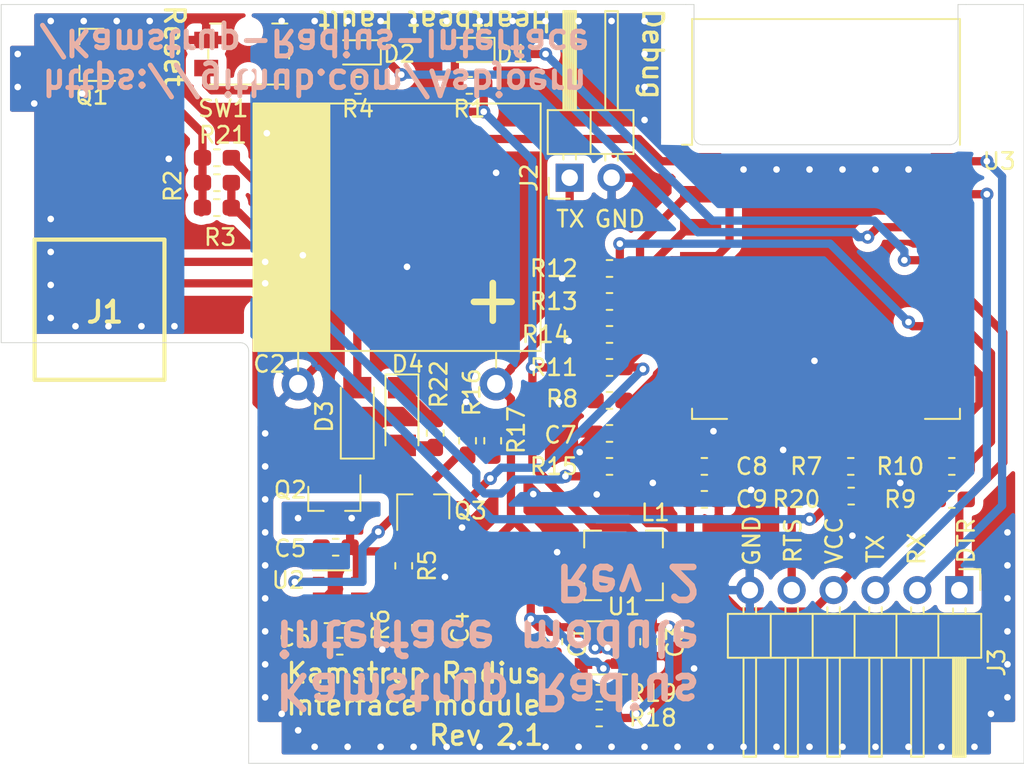
<source format=kicad_pcb>
(kicad_pcb (version 20171130) (host pcbnew "(5.1.4)-1")
  (layers (0 F.Cu signal) (31 B.Cu signal) (34 B.Paste user) (35 F.Paste user) (36 B.SilkS user hide) (37 F.SilkS user) (38 B.Mask user) (39 F.Mask user) (44 Edge.Cuts user))
  (net 0 "")
  (net 1 GND)
  (net 2 /~RST)
  (net 3 VCC)
  (net 4 "Net-(D2-Pad2)")
  (net 5 /GPIO0)
  (net 6 /GPIO15)
  (net 7 /EN)
  (net 8 /GPIO2)
  (net 9 /DB_TX)
  (net 10 +4V)
  (net 11 +3V0)
  (net 12 "Net-(C4-Pad1)")
  (net 13 "Net-(C6-Pad1)")
  (net 14 "Net-(D1-Pad2)")
  (net 15 /~LED)
  (net 16 /~FAULT_LED)
  (net 17 /RX)
  (net 18 /TX)
  (net 19 "Net-(Q1-Pad2)")
  (net 20 "Net-(R13-Pad1)")
  (net 21 "Net-(R15-Pad2)")
  (net 22 /DOUT)
  (net 23 /DIN)
  (net 24 "Net-(L1-Pad1)")
  (net 25 "Net-(Q2-Pad2)")
  (net 26 "Net-(Q2-Pad1)")
  (net 27 "Net-(R18-Pad2)")
  (net 28 "Net-(D3-Pad2)")
  (net 29 "Net-(D3-Pad1)")
  (net 30 "Net-(D4-Pad1)")
  (module Resistor_SMD:R_0603_1608Metric_Pad1.05x0.95mm_HandSolder (layer F.Cu) (at 121.31 70.975 90)
    (fp_text reference R22 (at 2.95 0.22 90) (layer F.SilkS))
    (fp_text value NC)
    (pad 2 smd roundrect (at 0.875 0 90) (size 1.05 0.95) (layers F.Cu F.Paste F.Mask) (net 30 "Net-(D4-Pad1)"))
    (pad 1 smd roundrect (at -0.875 0 90) (size 1.05 0.95) (layers F.Cu F.Paste F.Mask) (net 29 "Net-(D3-Pad1)"))
  )
  (module Resistor_SMD:R_0603_1608Metric_Pad1.05x0.95mm_HandSolder (layer F.Cu) (at 108.075 54.29 180)
    (fp_text reference R21 (at -0.365 1.38) (layer F.SilkS))
    (fp_text value 0R)
    (pad 2 smd roundrect (at 0.875 0 180) (size 1.05 0.95) (layers F.Cu F.Paste F.Mask) (net 19 "Net-(Q1-Pad2)"))
    (pad 1 smd roundrect (at -0.875 0 180) (size 1.05 0.95) (layers F.Cu F.Paste F.Mask) (net 28 "Net-(D3-Pad2)"))
  )
  (module Package_TO_SOT_SMD:SOT-23 (layer F.Cu) (at 120.584 75.454 90)
    (fp_text reference Q3 (at -0.238 2.86 180) (layer F.SilkS))
    (fp_text value SI2302DS/2N7002)
    (pad 3 smd rect (at 1 0 90) (size 0.9 0.8) (layers F.Cu F.Paste F.Mask) (net 26 "Net-(Q2-Pad1)"))
    (pad 2 smd rect (at -1 0.95 90) (size 0.9 0.8) (layers F.Cu F.Paste F.Mask) (net 1 GND))
    (pad 1 smd rect (at -1 -0.95 90) (size 0.9 0.8) (layers F.Cu F.Paste F.Mask) (net 7 /EN))
  )
  (module Diode_SMD:D_MiniMELF (layer F.Cu) (at 119.292 69.976 270)
    (fp_text reference D4 (at -3.174 -0.342 180) (layer F.SilkS))
    (fp_text value LL4148)
    (pad 2 smd rect (at 1.75 0 270) (size 1.3 1.7) (layers F.Cu F.Paste F.Mask) (net 29 "Net-(D3-Pad1)"))
    (pad 1 smd rect (at -1.75 0 270) (size 1.3 1.7) (layers F.Cu F.Paste F.Mask) (net 30 "Net-(D4-Pad1)"))
  )
  (module Diode_SMD:D_MiniMELF (layer F.Cu) (at 116.586 69.976 90)
    (fp_text reference D3 (at 0 -2 90) (layer F.SilkS))
    (fp_text value LL4148)
    (pad 2 smd rect (at 1.75 0 90) (size 1.3 1.7) (layers F.Cu F.Paste F.Mask) (net 28 "Net-(D3-Pad2)"))
    (pad 1 smd rect (at -1.75 0 90) (size 1.3 1.7) (layers F.Cu F.Paste F.Mask) (net 29 "Net-(D3-Pad1)"))
  )
  (module LED_SMD:LED_0603_1608Metric (layer F.Cu) (at 116.525 47.9 180)
    (fp_text reference D2 (at -2.601 -0.106) (layer F.SilkS))
    (fp_text value Fault)
    (pad 2 smd roundrect (at 0.7875 0 180) (size 0.875 0.95) (layers F.Cu F.Paste F.Mask) (net 4 "Net-(D2-Pad2)"))
    (pad 1 smd roundrect (at -0.7875 0 180) (size 0.875 0.95) (layers F.Cu F.Paste F.Mask) (net 16 /~FAULT_LED))
  )
  (module LED_SMD:LED_0603_1608Metric (layer F.Cu) (at 123.4185 47.752 180)
    (fp_text reference D1 (at -2.5655 -0.254) (layer F.SilkS))
    (fp_text value Heartbeat)
    (pad 2 smd roundrect (at 0.7875 0 180) (size 0.875 0.95) (layers F.Cu F.Paste F.Mask) (net 14 "Net-(D1-Pad2)"))
    (pad 1 smd roundrect (at -0.7875 0 180) (size 0.875 0.95) (layers F.Cu F.Paste F.Mask) (net 15 /~LED))
  )
  (module "housings:c_sup 17,3x15x8.5P12" (layer F.Cu) (at 119 66)
    (fp_text reference C2 (at -7.748 0.802) (layer F.SilkS))
    (fp_text value 0.47F)
    (fp_text user + (at 5.8 -3.2) (layer F.SilkS) (effects (font (size 3 3) (thickness 0.4))))
    (pad 2 thru_hole circle (at -6 2) (size 2 2) (drill 1.1) (layers *.Cu *.Mask) (net 1 GND))
    (pad 1 thru_hole circle (at 6 2) (size 2 2) (drill 1.1) (layers *.Cu *.Mask) (net 10 +4V))
  )
  (module Capacitor_SMD:C_0603_1608Metric (layer F.Cu) (at 128.5 83.625 270)
    (fp_text reference C1 (at 0 -1.43 90) (layer F.SilkS))
    (fp_text value 4.7uF)
    (pad 2 smd roundrect (at 0.7875 0 270) (size 0.875 0.95) (layers F.Cu F.Paste F.Mask) (net 1 GND))
    (pad 1 smd roundrect (at -0.7875 0 270) (size 0.875 0.95) (layers F.Cu F.Paste F.Mask) (net 10 +4V))
  )
  (module Package_TO_SOT_SMD:SOT-23-5 (layer F.Cu) (at 131.4 84 180)
    (fp_text reference U1 (at -1.35 2.5) (layer F.SilkS))
    (fp_text value TLV62568DBV)
    (pad 5 smd rect (at 1.1 -0.95 180) (size 1.06 0.65) (layers F.Cu F.Paste F.Mask) (net 27 "Net-(R18-Pad2)"))
    (pad 4 smd rect (at 1.1 0.95 180) (size 1.06 0.65) (layers F.Cu F.Paste F.Mask) (net 10 +4V))
    (pad 3 smd rect (at -1.1 0.95 180) (size 1.06 0.65) (layers F.Cu F.Paste F.Mask) (net 24 "Net-(L1-Pad1)"))
    (pad 2 smd rect (at -1.1 0 180) (size 1.06 0.65) (layers F.Cu F.Paste F.Mask) (net 1 GND))
    (pad 1 smd rect (at -1.1 -0.95 180) (size 1.06 0.65) (layers F.Cu F.Paste F.Mask) (net 10 +4V))
  )
  (module Resistor_SMD:R_0603_1608Metric_Pad1.05x0.95mm_HandSolder (layer F.Cu) (at 146.525 74.8)
    (fp_text reference R20 (at -3.325 0.2) (layer F.SilkS))
    (fp_text value 100k)
    (pad 2 smd roundrect (at 0.875 0) (size 1.05 0.95) (layers F.Cu F.Paste F.Mask) (net 6 /GPIO15))
    (pad 1 smd roundrect (at -0.875 0) (size 1.05 0.95) (layers F.Cu F.Paste F.Mask) (net 23 /DIN))
  )
  (module Resistor_SMD:R_0603_1608Metric_Pad1.05x0.95mm_HandSolder (layer F.Cu) (at 131.25 86.75)
    (fp_text reference R19 (at 3.25 0) (layer F.SilkS))
    (fp_text value 100k)
    (pad 2 smd roundrect (at 0.875 0) (size 1.05 0.95) (layers F.Cu F.Paste F.Mask) (net 1 GND))
    (pad 1 smd roundrect (at -0.875 0) (size 1.05 0.95) (layers F.Cu F.Paste F.Mask) (net 27 "Net-(R18-Pad2)"))
  )
  (module Resistor_SMD:R_0603_1608Metric_Pad1.05x0.95mm_HandSolder (layer F.Cu) (at 131.25 88.25 180)
    (fp_text reference R18 (at -3.25 0) (layer F.SilkS))
    (fp_text value 330k)
    (pad 2 smd roundrect (at 0.875 0 180) (size 1.05 0.95) (layers F.Cu F.Paste F.Mask) (net 27 "Net-(R18-Pad2)"))
    (pad 1 smd roundrect (at -0.875 0 180) (size 1.05 0.95) (layers F.Cu F.Paste F.Mask) (net 11 +3V0))
  )
  (module Resistor_SMD:R_0603_1608Metric_Pad1.05x0.95mm_HandSolder (layer F.Cu) (at 124.794 71.445 270)
    (fp_text reference R17 (at -0.649 -1.43 90) (layer F.SilkS))
    (fp_text value 4k3)
    (pad 2 smd roundrect (at 0.875 0 270) (size 1.05 0.95) (layers F.Cu F.Paste F.Mask) (net 30 "Net-(D4-Pad1)"))
    (pad 1 smd roundrect (at -0.875 0 270) (size 1.05 0.95) (layers F.Cu F.Paste F.Mask) (net 1 GND))
  )
  (module Resistor_SMD:R_0603_1608Metric_Pad1.05x0.95mm_HandSolder (layer F.Cu) (at 123.27 71.445 270)
    (fp_text reference R16 (at -2.935 -0.254 90) (layer F.SilkS))
    (fp_text value 10k)
    (pad 2 smd roundrect (at 0.875 0 270) (size 1.05 0.95) (layers F.Cu F.Paste F.Mask) (net 26 "Net-(Q2-Pad1)"))
    (pad 1 smd roundrect (at -0.875 0 270) (size 1.05 0.95) (layers F.Cu F.Paste F.Mask) (net 30 "Net-(D4-Pad1)"))
  )
  (module Resistor_SMD:R_0603_1608Metric_Pad1.05x0.95mm_HandSolder (layer F.Cu) (at 108.07 57.31 180)
    (fp_text reference R3 (at -0.2 -1.8) (layer F.SilkS))
    (fp_text value 5R6)
    (pad 2 smd roundrect (at 0.875 0 180) (size 1.05 0.95) (layers F.Cu F.Paste F.Mask) (net 19 "Net-(Q1-Pad2)"))
    (pad 1 smd roundrect (at -0.875 0 180) (size 1.05 0.95) (layers F.Cu F.Paste F.Mask) (net 25 "Net-(Q2-Pad2)"))
  )
  (module Resistor_SMD:R_0603_1608Metric_Pad1.05x0.95mm_HandSolder (layer F.Cu) (at 108.075 55.8 180)
    (fp_text reference R2 (at 2.675 -0.2 90) (layer F.SilkS))
    (fp_text value 4R7)
    (pad 2 smd roundrect (at 0.875 0 180) (size 1.05 0.95) (layers F.Cu F.Paste F.Mask) (net 19 "Net-(Q1-Pad2)"))
    (pad 1 smd roundrect (at -0.875 0 180) (size 1.05 0.95) (layers F.Cu F.Paste F.Mask) (net 25 "Net-(Q2-Pad2)"))
  )
  (module Package_TO_SOT_SMD:SOT-23 (layer F.Cu) (at 115.194 74.936 270)
    (fp_text reference Q2 (at -0.514 2.672 180) (layer F.SilkS))
    (fp_text value SI2301DS_P-FET)
    (pad 3 smd rect (at 1 0 270) (size 0.9 0.8) (layers F.Cu F.Paste F.Mask) (net 10 +4V))
    (pad 2 smd rect (at -1 0.95 270) (size 0.9 0.8) (layers F.Cu F.Paste F.Mask) (net 25 "Net-(Q2-Pad2)"))
    (pad 1 smd rect (at -1 -0.95 270) (size 0.9 0.8) (layers F.Cu F.Paste F.Mask) (net 26 "Net-(Q2-Pad1)"))
  )
  (module Package_TO_SOT_SMD:SOT-23 (layer F.Cu) (at 100.5 48.05 180)
    (fp_text reference Q1 (at 0 -2.5) (layer F.SilkS))
    (fp_text value SI2301DS_P-FET)
    (pad 3 smd rect (at 1 0 180) (size 0.9 0.8) (layers F.Cu F.Paste F.Mask) (net 3 VCC))
    (pad 2 smd rect (at -1 0.95 180) (size 0.9 0.8) (layers F.Cu F.Paste F.Mask) (net 19 "Net-(Q1-Pad2)"))
    (pad 1 smd rect (at -1 -0.95 180) (size 0.9 0.8) (layers F.Cu F.Paste F.Mask) (net 1 GND))
  )
  (module Inductor_SMD:L_Bourns-SRN4018 (layer F.Cu) (at 132.725 79)
    (fp_text reference L1 (at 1.925 -3.2) (layer F.SilkS))
    (fp_text value "2.2UH 4x4mm")
    (pad 2 smd rect (at 1.525 0) (size 1.5 3.6) (layers F.Cu F.Paste F.Mask) (net 11 +3V0))
    (pad 1 smd rect (at -1.525 0) (size 1.5 3.6) (layers F.Cu F.Paste F.Mask) (net 24 "Net-(L1-Pad1)"))
  )
  (module Button_Switch_SMD:Panasonic_EVQPUM_EVQPUD (layer F.Cu) (at 110 48)
    (fp_text reference SW1 (at -1.542 3.308) (layer F.SilkS))
    (fp_text value Reset)
    (pad "" np_thru_hole circle (at 0 -1.375 180) (size 0.75 0.75) (drill 0.75) (layers *.Cu *.Mask))
    (pad "" np_thru_hole circle (at 0 1.375 180) (size 0.75 0.75) (drill 0.75) (layers *.Cu *.Mask))
    (pad 1 smd rect (at 2.575 -0.85 180) (size 1.45 1) (layers F.Cu F.Paste F.Mask) (net 1 GND))
    (pad 1 smd rect (at -2.575 -0.85 180) (size 1.45 1) (layers F.Cu F.Paste F.Mask) (net 1 GND))
    (pad 2 smd rect (at -2.575 0.85 180) (size 1.45 1) (layers F.Cu F.Paste F.Mask) (net 2 /~RST))
    (pad 2 smd rect (at 2.575 0.85 180) (size 1.45 1) (layers F.Cu F.Paste F.Mask) (net 2 /~RST))
  )
  (module Connector_PinHeader_2.54mm:PinHeader_1x06_P2.54mm_Horizontal (layer F.Cu) (at 153.08 80.5 270)
    (fp_text reference J3 (at 4.385 -2.27 90) (layer F.SilkS))
    (fp_text value Prog)
    (pad 6 thru_hole oval (at 0 12.7 270) (size 1.7 1.7) (drill 1) (layers *.Cu *.Mask) (net 1 GND))
    (pad 5 thru_hole oval (at 0 10.16 270) (size 1.7 1.7) (drill 1) (layers *.Cu *.Mask) (net 2 /~RST))
    (pad 4 thru_hole oval (at 0 7.62 270) (size 1.7 1.7) (drill 1) (layers *.Cu *.Mask) (net 11 +3V0))
    (pad 3 thru_hole oval (at 0 5.08 270) (size 1.7 1.7) (drill 1) (layers *.Cu *.Mask) (net 17 /RX))
    (pad 2 thru_hole oval (at 0 2.54 270) (size 1.7 1.7) (drill 1) (layers *.Cu *.Mask) (net 18 /TX))
    (pad 1 thru_hole rect (at 0 0 270) (size 1.7 1.7) (drill 1) (layers *.Cu *.Mask) (net 5 /GPIO0))
  )
  (module Connector_PinHeader_2.54mm:PinHeader_1x02_P2.54mm_Horizontal (layer F.Cu) (at 129.46 55.5 90)
    (fp_text reference J2 (at 0 -2.46 90) (layer F.SilkS))
    (fp_text value Debug)
    (pad 2 thru_hole oval (at 0 2.54 90) (size 1.7 1.7) (drill 1) (layers *.Cu *.Mask) (net 1 GND))
    (pad 1 thru_hole rect (at 0 0 90) (size 1.7 1.7) (drill 1) (layers *.Cu *.Mask) (net 9 /DB_TX))
  )
  (module RF_Module:ESP-12E (layer F.Cu) (at 145 58)
    (fp_text reference U3 (at 10.5 -3.5) (layer F.SilkS))
    (fp_text value ESP-12F)
    (pad 22 smd rect (at 7.6 -3.5) (size 2.5 1) (layers F.Cu F.Paste F.Mask) (net 18 /TX))
    (pad 21 smd rect (at 7.6 -1.5) (size 2.5 1) (layers F.Cu F.Paste F.Mask) (net 17 /RX))
    (pad 20 smd rect (at 7.6 0.5) (size 2.5 1) (layers F.Cu F.Paste F.Mask) (net 16 /~FAULT_LED))
    (pad 19 smd rect (at 7.6 2.5) (size 2.5 1) (layers F.Cu F.Paste F.Mask) (net 15 /~LED))
    (pad 18 smd rect (at 7.6 4.5) (size 2.5 1) (layers F.Cu F.Paste F.Mask) (net 5 /GPIO0))
    (pad 17 smd rect (at 7.6 6.5) (size 2.5 1) (layers F.Cu F.Paste F.Mask) (net 8 /GPIO2))
    (pad 16 smd rect (at 7.6 8.5) (size 2.5 1) (layers F.Cu F.Paste F.Mask) (net 6 /GPIO15))
    (pad 15 smd rect (at 7.6 10.5) (size 2.5 1) (layers F.Cu F.Paste F.Mask) (net 1 GND))
    (pad 14 smd rect (at 5 12) (size 1 1.8) (layers F.Cu F.Paste F.Mask))
    (pad 13 smd rect (at 3 12) (size 1 1.8) (layers F.Cu F.Paste F.Mask))
    (pad 12 smd rect (at 1 12) (size 1 1.8) (layers F.Cu F.Paste F.Mask))
    (pad 11 smd rect (at -1 12) (size 1 1.8) (layers F.Cu F.Paste F.Mask))
    (pad 10 smd rect (at -3 12) (size 1 1.8) (layers F.Cu F.Paste F.Mask))
    (pad 9 smd rect (at -5 12) (size 1 1.8) (layers F.Cu F.Paste F.Mask))
    (pad 8 smd rect (at -7.6 10.5) (size 2.5 1) (layers F.Cu F.Paste F.Mask) (net 11 +3V0))
    (pad 7 smd rect (at -7.6 8.5) (size 2.5 1) (layers F.Cu F.Paste F.Mask) (net 21 "Net-(R15-Pad2)"))
    (pad 6 smd rect (at -7.6 6.5) (size 2.5 1) (layers F.Cu F.Paste F.Mask))
    (pad 5 smd rect (at -7.6 4.5) (size 2.5 1) (layers F.Cu F.Paste F.Mask))
    (pad 4 smd rect (at -7.6 2.5) (size 2.5 1) (layers F.Cu F.Paste F.Mask) (net 2 /~RST))
    (pad 3 smd rect (at -7.6 0.5) (size 2.5 1) (layers F.Cu F.Paste F.Mask) (net 7 /EN))
    (pad 2 smd rect (at -7.6 -1.5) (size 2.5 1) (layers F.Cu F.Paste F.Mask) (net 20 "Net-(R13-Pad1)"))
    (pad 1 smd rect (at -7.6 -3.5) (size 2.5 1) (layers F.Cu F.Paste F.Mask) (net 2 /~RST))
  )
  (module SamacSys_Parts:M20-7920342R (layer F.Cu) (at 100.96 59.25 180)
    (fp_text reference J1 (at -0.328 -4.399) (layer F.SilkS) (effects (font (size 1.27 1.27) (thickness 0.254))))
    (fp_text value M20-7920342R hide)
    (pad 6 smd rect (at 2.54 3.15 180) (size 1 2) (layers F.Cu F.Paste F.Mask) (net 1 GND))
    (pad 5 smd rect (at 2.54 6.65 180) (size 1 2) (layers F.Cu F.Paste F.Mask) (net 3 VCC))
    (pad 4 smd rect (at 0 3.15 180) (size 1 2) (layers F.Cu F.Paste F.Mask) (net 22 /DOUT))
    (pad 3 smd rect (at 0 6.65 180) (size 1 2) (layers F.Cu F.Paste F.Mask) (net 23 /DIN))
    (pad 2 smd rect (at -2.54 3.15 180) (size 1 2) (layers F.Cu F.Paste F.Mask))
    (pad 1 smd rect (at -2.54 6.65 180) (size 1 2) (layers F.Cu F.Paste F.Mask))
  )
  (module Package_SO:TSOP-6_1.65x3.05mm_P0.95mm (layer F.Cu) (at 115.4 80.9)
    (fp_text reference U2 (at -3 -1) (layer F.SilkS))
    (fp_text value NCP308SNADJT1G)
    (pad 6 smd rect (at 1.16 -0.95) (size 0.7 0.51) (layers F.Cu F.Paste F.Mask) (net 10 +4V))
    (pad 5 smd rect (at 1.16 0) (size 0.7 0.51) (layers F.Cu F.Paste F.Mask) (net 12 "Net-(C4-Pad1)"))
    (pad 4 smd rect (at 1.16 0.95) (size 0.7 0.51) (layers F.Cu F.Paste F.Mask) (net 13 "Net-(C6-Pad1)"))
    (pad 3 smd rect (at -1.16 0.95) (size 0.7 0.51) (layers F.Cu F.Paste F.Mask))
    (pad 2 smd rect (at -1.16 0) (size 0.7 0.51) (layers F.Cu F.Paste F.Mask) (net 1 GND))
    (pad 1 smd rect (at -1.16 -0.95) (size 0.7 0.51) (layers F.Cu F.Paste F.Mask) (net 7 /EN))
  )
  (module Resistor_SMD:R_0603_1608Metric_Pad1.05x0.95mm_HandSolder (layer F.Cu) (at 131.875 73)
    (fp_text reference R15 (at -3.375 0) (layer F.SilkS))
    (fp_text value 100k)
    (pad 2 smd roundrect (at 0.875 0) (size 1.05 0.95) (layers F.Cu F.Paste F.Mask) (net 21 "Net-(R15-Pad2)"))
    (pad 1 smd roundrect (at -0.875 0) (size 1.05 0.95) (layers F.Cu F.Paste F.Mask) (net 22 /DOUT))
  )
  (module Resistor_SMD:R_0603_1608Metric_Pad1.05x0.95mm_HandSolder (layer F.Cu) (at 131.875 65)
    (fp_text reference R14 (at -3.875 0) (layer F.SilkS))
    (fp_text value 33k)
    (pad 2 smd roundrect (at 0.875 0) (size 1.05 0.95) (layers F.Cu F.Paste F.Mask) (net 20 "Net-(R13-Pad1)"))
    (pad 1 smd roundrect (at -0.875 0) (size 1.05 0.95) (layers F.Cu F.Paste F.Mask) (net 1 GND))
  )
  (module Capacitor_SMD:C_0603_1608Metric_Pad1.05x0.95mm_HandSolder (layer F.Cu) (at 137.625 75)
    (fp_text reference C9 (at 2.875 0) (layer F.SilkS))
    (fp_text value 100n)
    (pad 2 smd roundrect (at 0.875 0) (size 1.05 0.95) (layers F.Cu F.Paste F.Mask) (net 1 GND))
    (pad 1 smd roundrect (at -0.875 0) (size 1.05 0.95) (layers F.Cu F.Paste F.Mask) (net 11 +3V0))
  )
  (module Capacitor_SMD:C_0603_1608Metric_Pad1.05x0.95mm_HandSolder (layer F.Cu) (at 137.625 73)
    (fp_text reference C8 (at 2.875 0) (layer F.SilkS))
    (fp_text value 10uF)
    (pad 2 smd roundrect (at 0.875 0) (size 1.05 0.95) (layers F.Cu F.Paste F.Mask) (net 1 GND))
    (pad 1 smd roundrect (at -0.875 0) (size 1.05 0.95) (layers F.Cu F.Paste F.Mask) (net 11 +3V0))
  )
  (module Resistor_SMD:R_0603_1608Metric_Pad1.05x0.95mm_HandSolder (layer F.Cu) (at 131.875 63 180)
    (fp_text reference R13 (at 3.375 0) (layer F.SilkS))
    (fp_text value 100k)
    (pad 2 smd roundrect (at 0.875 0 180) (size 1.05 0.95) (layers F.Cu F.Paste F.Mask) (net 10 +4V))
    (pad 1 smd roundrect (at -0.875 0 180) (size 1.05 0.95) (layers F.Cu F.Paste F.Mask) (net 20 "Net-(R13-Pad1)"))
  )
  (module Resistor_SMD:R_0603_1608Metric_Pad1.05x0.95mm_HandSolder (layer F.Cu) (at 131.875 61 180)
    (fp_text reference R12 (at 3.375 0) (layer F.SilkS))
    (fp_text value 100k)
    (pad 2 smd roundrect (at 0.875 0 180) (size 1.05 0.95) (layers F.Cu F.Paste F.Mask) (net 9 /DB_TX))
    (pad 1 smd roundrect (at -0.875 0 180) (size 1.05 0.95) (layers F.Cu F.Paste F.Mask) (net 8 /GPIO2))
  )
  (module Resistor_SMD:R_0603_1608Metric_Pad1.05x0.95mm_HandSolder (layer F.Cu) (at 131.875 67)
    (fp_text reference R11 (at -3.375 0) (layer F.SilkS))
    (fp_text value 10k)
    (pad 2 smd roundrect (at 0.875 0) (size 1.05 0.95) (layers F.Cu F.Paste F.Mask) (net 7 /EN))
    (pad 1 smd roundrect (at -0.875 0) (size 1.05 0.95) (layers F.Cu F.Paste F.Mask) (net 11 +3V0))
  )
  (module Resistor_SMD:R_0603_1608Metric_Pad1.05x0.95mm_HandSolder (layer F.Cu) (at 152.625 73 180)
    (fp_text reference R10 (at 3.125 0) (layer F.SilkS))
    (fp_text value 10k)
    (pad 2 smd roundrect (at 0.875 0 180) (size 1.05 0.95) (layers F.Cu F.Paste F.Mask) (net 11 +3V0))
    (pad 1 smd roundrect (at -0.875 0 180) (size 1.05 0.95) (layers F.Cu F.Paste F.Mask) (net 8 /GPIO2))
  )
  (module Resistor_SMD:R_0603_1608Metric_Pad1.05x0.95mm_HandSolder (layer F.Cu) (at 152.625 75 180)
    (fp_text reference R9 (at 3.125 0) (layer F.SilkS))
    (fp_text value 10k)
    (pad 2 smd roundrect (at 0.875 0 180) (size 1.05 0.95) (layers F.Cu F.Paste F.Mask) (net 11 +3V0))
    (pad 1 smd roundrect (at -0.875 0 180) (size 1.05 0.95) (layers F.Cu F.Paste F.Mask) (net 5 /GPIO0))
  )
  (module Resistor_SMD:R_0603_1608Metric_Pad1.05x0.95mm_HandSolder (layer F.Cu) (at 131.875 69 180)
    (fp_text reference R8 (at 2.875 0.1) (layer F.SilkS))
    (fp_text value 10k)
    (pad 2 smd roundrect (at 0.875 0 180) (size 1.05 0.95) (layers F.Cu F.Paste F.Mask) (net 11 +3V0))
    (pad 1 smd roundrect (at -0.875 0 180) (size 1.05 0.95) (layers F.Cu F.Paste F.Mask) (net 2 /~RST))
  )
  (module Resistor_SMD:R_0603_1608Metric_Pad1.05x0.95mm_HandSolder (layer F.Cu) (at 146.5 73 180)
    (fp_text reference R7 (at 2.7 0) (layer F.SilkS))
    (fp_text value 10k)
    (pad 2 smd roundrect (at 0.875 0 180) (size 1.05 0.95) (layers F.Cu F.Paste F.Mask) (net 1 GND))
    (pad 1 smd roundrect (at -0.875 0 180) (size 1.05 0.95) (layers F.Cu F.Paste F.Mask) (net 6 /GPIO15))
  )
  (module Resistor_SMD:R_0603_1608Metric_Pad1.05x0.95mm_HandSolder (layer F.Cu) (at 119.4 82.775 270)
    (fp_text reference R6 (at -0.175 1.4 90) (layer F.SilkS))
    (fp_text value 16k)
    (pad 2 smd roundrect (at 0.875 0 270) (size 1.05 0.95) (layers F.Cu F.Paste F.Mask) (net 1 GND))
    (pad 1 smd roundrect (at -0.875 0 270) (size 1.05 0.95) (layers F.Cu F.Paste F.Mask) (net 12 "Net-(C4-Pad1)"))
  )
  (module Resistor_SMD:R_0603_1608Metric_Pad1.05x0.95mm_HandSolder (layer F.Cu) (at 119.4 79.025 270)
    (fp_text reference R5 (at 0 -1.43 90) (layer F.SilkS))
    (fp_text value 110k)
    (pad 2 smd roundrect (at 0.875 0 270) (size 1.05 0.95) (layers F.Cu F.Paste F.Mask) (net 12 "Net-(C4-Pad1)"))
    (pad 1 smd roundrect (at -0.875 0 270) (size 1.05 0.95) (layers F.Cu F.Paste F.Mask) (net 10 +4V))
  )
  (module Resistor_SMD:R_0603_1608Metric_Pad1.05x0.95mm_HandSolder (layer F.Cu) (at 116.625 49.9 180)
    (fp_text reference R4 (at 0 -1.43) (layer F.SilkS))
    (fp_text value 1k)
    (pad 2 smd roundrect (at 0.875 0 180) (size 1.05 0.95) (layers F.Cu F.Paste F.Mask) (net 4 "Net-(D2-Pad2)"))
    (pad 1 smd roundrect (at -0.875 0 180) (size 1.05 0.95) (layers F.Cu F.Paste F.Mask) (net 11 +3V0))
  )
  (module Resistor_SMD:R_0603_1608Metric_Pad1.05x0.95mm_HandSolder (layer F.Cu) (at 123.375 49.9 180)
    (fp_text reference R1 (at 0 -1.43) (layer F.SilkS))
    (fp_text value 1k)
    (pad 2 smd roundrect (at 0.875 0 180) (size 1.05 0.95) (layers F.Cu F.Paste F.Mask) (net 14 "Net-(D1-Pad2)"))
    (pad 1 smd roundrect (at -0.875 0 180) (size 1.05 0.95) (layers F.Cu F.Paste F.Mask) (net 11 +3V0))
  )
  (module Capacitor_SMD:C_0603_1608Metric_Pad1.05x0.95mm_HandSolder (layer F.Cu) (at 131.875 71)
    (fp_text reference C7 (at -2.975 0.1) (layer F.SilkS))
    (fp_text value 100n)
    (pad 2 smd roundrect (at 0.875 0) (size 1.05 0.95) (layers F.Cu F.Paste F.Mask) (net 2 /~RST))
    (pad 1 smd roundrect (at -0.875 0) (size 1.05 0.95) (layers F.Cu F.Paste F.Mask) (net 1 GND))
  )
  (module Capacitor_SMD:C_0603_1608Metric_Pad1.05x0.95mm_HandSolder (layer F.Cu) (at 115.525 83.9 180)
    (fp_text reference C6 (at 2.725 0.5) (layer F.SilkS))
    (fp_text value 1.5u)
    (pad 2 smd roundrect (at 0.875 0 180) (size 1.05 0.95) (layers F.Cu F.Paste F.Mask) (net 1 GND))
    (pad 1 smd roundrect (at -0.875 0 180) (size 1.05 0.95) (layers F.Cu F.Paste F.Mask) (net 13 "Net-(C6-Pad1)"))
  )
  (module Capacitor_SMD:C_0603_1608Metric_Pad1.05x0.95mm_HandSolder (layer F.Cu) (at 115.275 77.9)
    (fp_text reference C5 (at -2.753 0.078) (layer F.SilkS))
    (fp_text value 100n)
    (pad 2 smd roundrect (at 0.875 0) (size 1.05 0.95) (layers F.Cu F.Paste F.Mask) (net 10 +4V))
    (pad 1 smd roundrect (at -0.875 0) (size 1.05 0.95) (layers F.Cu F.Paste F.Mask) (net 1 GND))
  )
  (module Capacitor_SMD:C_0603_1608Metric_Pad1.05x0.95mm_HandSolder (layer F.Cu) (at 121.4 82.775 270)
    (fp_text reference C4 (at 0 -1.43 90) (layer F.SilkS))
    (fp_text value 1n)
    (pad 2 smd roundrect (at 0.875 0 270) (size 1.05 0.95) (layers F.Cu F.Paste F.Mask) (net 1 GND))
    (pad 1 smd roundrect (at -0.875 0 270) (size 1.05 0.95) (layers F.Cu F.Paste F.Mask) (net 12 "Net-(C4-Pad1)"))
  )
  (module Capacitor_SMD:C_0603_1608Metric_Pad1.05x0.95mm_HandSolder (layer F.Cu) (at 134.25 83.625 270)
    (fp_text reference C3 (at 0 -1.6 90) (layer F.SilkS))
    (fp_text value 10uF)
    (pad 2 smd roundrect (at 0.875 0 270) (size 1.05 0.95) (layers F.Cu F.Paste F.Mask) (net 1 GND))
    (pad 1 smd roundrect (at -0.875 0 270) (size 1.05 0.95) (layers F.Cu F.Paste F.Mask) (net 11 +3V0))
  )
  (gr_text "https://github.com/Asbjoern\n/Kamstrup-Radius-Interface" (at 114 48.5 180) (layer B.SilkS) (effects (font (size 1.5 1.5) (thickness 0.3)) (justify mirror)))
  (gr_text "Rev 2" (at 133 80 180) (layer B.SilkS) (effects (font (size 2 2) (thickness 0.4)) (justify mirror)))
  (gr_text "Kamstrup Radius\ninterface module" (at 124.5 85 180) (layer B.SilkS) (effects (font (size 2 2) (thickness 0.4)) (justify mirror)))
  (gr_text "Rev 2.1" (at 124.4 89.3) (layer F.SilkS) (effects (font (size 1.2 1.2) (thickness 0.2))))
  (gr_text "Kamstrup Radius\ninterface module" (at 120 86.5) (layer F.SilkS) (effects (font (size 1.2 1.2) (thickness 0.2))))
  (gr_text Reset (at 105.5 47.5 270) (layer F.SilkS) (effects (font (size 1.2 1.2) (thickness 0.2))))
  (gr_text GND (at 140.5 77.5 90) (layer F.SilkS) (effects (font (size 1 1))))
  (gr_text RTS (at 143 77.5 90) (layer F.SilkS) (effects (font (size 1 1))))
  (gr_text VCC (at 145.5 77.5 90) (layer F.SilkS) (effects (font (size 1 1))))
  (gr_text TX (at 148 78 90) (layer F.SilkS) (effects (font (size 1 1))))
  (gr_text RX (at 150.5 78 90) (layer F.SilkS) (effects (font (size 1 1))))
  (gr_text DTR (at 153.5 77.5 90) (layer F.SilkS) (effects (font (size 1 1))))
  (gr_text GND (at 132.5 58) (layer F.SilkS) (effects (font (size 1 1))))
  (gr_text TX (at 129.5 58) (layer F.SilkS) (effects (font (size 1 1))))
  (gr_text Debug (at 134.5 48 270) (layer F.SilkS) (effects (font (size 1.2 1.2) (thickness 0.2))))
  (gr_text Heartbeat (at 124 46 180) (layer F.SilkS) (effects (font (size 1.2 1.2) (thickness 0.2))))
  (gr_text Fault (at 116.5 46 180) (layer F.SilkS) (effects (font (size 1.2 1.2) (thickness 0.2))))
  (gr_line (start 153 45) (end 153.5 45) (layer Edge.Cuts) (width 0.05))
  (gr_line (start 137.5 53.5) (end 152.5 53.5) (layer Edge.Cuts) (width 0.05))
  (gr_line (start 136.5 45) (end 137 45) (layer Edge.Cuts) (width 0.05))
  (gr_line (start 136.5 45) (end 95 45) (layer Edge.Cuts) (width 0.05))
  (gr_line (start 153.5 45) (end 157 45) (layer Edge.Cuts) (width 0.05))
  (gr_line (start 137 53) (end 137 45) (layer Edge.Cuts) (width 0.05))
  (gr_line (start 153 53) (end 153 45) (layer Edge.Cuts) (width 0.05))
  (gr_arc (start 152.5 53) (end 152.5 53.5) (angle -90) (layer Edge.Cuts) (width 0.05))
  (gr_arc (start 137.5 53) (end 137 53) (angle -90) (layer Edge.Cuts) (width 0.05))
  (gr_arc (start 109.5 66) (end 110 66) (angle -90) (layer Edge.Cuts) (width 0.05))
  (gr_line (start 110 91) (end 157 91) (layer Edge.Cuts) (width 0.05))
  (gr_line (start 110 66) (end 110 91) (layer Edge.Cuts) (width 0.05))
  (gr_line (start 95 65.5) (end 109.5 65.5) (layer Edge.Cuts) (width 0.05))
  (gr_line (start 95 45) (end 95 65.5) (layer Edge.Cuts) (width 0.05))
  (gr_line (start 157 45) (end 157 91) (layer Edge.Cuts) (width 0.05))
  (via (at 98 64) (size 0.8) (drill 0.4) (layers F.Cu B.Cu) (net 1))
  (via (at 98 62) (size 0.8) (drill 0.4) (layers F.Cu B.Cu) (net 1))
  (via (at 98 60) (size 0.8) (drill 0.4) (layers F.Cu B.Cu) (net 1))
  (via (at 98 58) (size 0.8) (drill 0.4) (layers F.Cu B.Cu) (net 1))
  (via (at 97 51) (size 0.8) (drill 0.4) (layers F.Cu B.Cu) (net 1))
  (via (at 96 50) (size 0.8) (drill 0.4) (layers F.Cu B.Cu) (net 1))
  (via (at 96 48) (size 0.8) (drill 0.4) (layers F.Cu B.Cu) (net 1))
  (via (at 98 46) (size 0.8) (drill 0.4) (layers F.Cu B.Cu) (net 1))
  (via (at 100 46) (size 0.8) (drill 0.4) (layers F.Cu B.Cu) (net 1))
  (via (at 102 46) (size 0.8) (drill 0.4) (layers F.Cu B.Cu) (net 1))
  (via (at 104 46) (size 0.8) (drill 0.4) (layers F.Cu B.Cu) (net 1))
  (via (at 112 46) (size 0.8) (drill 0.4) (layers F.Cu B.Cu) (net 1))
  (via (at 114 46) (size 0.8) (drill 0.4) (layers F.Cu B.Cu) (net 1))
  (via (at 116 46) (size 0.8) (drill 0.4) (layers F.Cu B.Cu) (net 1))
  (via (at 118 46) (size 0.8) (drill 0.4) (layers F.Cu B.Cu) (net 1))
  (via (at 120 46) (size 0.8) (drill 0.4) (layers F.Cu B.Cu) (net 1))
  (via (at 122 46) (size 0.8) (drill 0.4) (layers F.Cu B.Cu) (net 1))
  (via (at 124 46) (size 0.8) (drill 0.4) (layers F.Cu B.Cu) (net 1))
  (via (at 126 46) (size 0.8) (drill 0.4) (layers F.Cu B.Cu) (net 1))
  (via (at 128 46) (size 0.8) (drill 0.4) (layers F.Cu B.Cu) (net 1))
  (via (at 130 46) (size 0.8) (drill 0.4) (layers F.Cu B.Cu) (net 1))
  (via (at 132 46) (size 0.8) (drill 0.4) (layers F.Cu B.Cu) (net 1))
  (via (at 134 46) (size 0.8) (drill 0.4) (layers F.Cu B.Cu) (net 1))
  (via (at 134 48) (size 0.8) (drill 0.4) (layers F.Cu B.Cu) (net 1))
  (via (at 134 50) (size 0.8) (drill 0.4) (layers F.Cu B.Cu) (net 1))
  (via (at 134 52) (size 0.8) (drill 0.4) (layers F.Cu B.Cu) (net 1))
  (via (at 140 55) (size 0.8) (drill 0.4) (layers F.Cu B.Cu) (net 1))
  (via (at 142 55) (size 0.8) (drill 0.4) (layers F.Cu B.Cu) (net 1))
  (via (at 144 55) (size 0.8) (drill 0.4) (layers F.Cu B.Cu) (net 1))
  (via (at 146 55) (size 0.8) (drill 0.4) (layers F.Cu B.Cu) (net 1))
  (via (at 148 55) (size 0.8) (drill 0.4) (layers F.Cu B.Cu) (net 1))
  (via (at 150 55) (size 0.8) (drill 0.4) (layers F.Cu B.Cu) (net 1))
  (via (at 156 77) (size 0.8) (drill 0.4) (layers F.Cu B.Cu) (net 1))
  (via (at 156 79) (size 0.8) (drill 0.4) (layers F.Cu B.Cu) (net 1))
  (via (at 156 81) (size 0.8) (drill 0.4) (layers F.Cu B.Cu) (net 1))
  (via (at 156 83) (size 0.8) (drill 0.4) (layers F.Cu B.Cu) (net 1))
  (via (at 156 85) (size 0.8) (drill 0.4) (layers F.Cu B.Cu) (net 1))
  (via (at 156 87) (size 0.8) (drill 0.4) (layers F.Cu B.Cu) (net 1))
  (via (at 155 88) (size 0.8) (drill 0.4) (layers F.Cu B.Cu) (net 1))
  (via (at 154 90) (size 0.8) (drill 0.4) (layers F.Cu B.Cu) (net 1))
  (via (at 152 90) (size 0.8) (drill 0.4) (layers F.Cu B.Cu) (net 1))
  (via (at 150 90) (size 0.8) (drill 0.4) (layers F.Cu B.Cu) (net 1))
  (via (at 148 90) (size 0.8) (drill 0.4) (layers F.Cu B.Cu) (net 1))
  (via (at 146 90) (size 0.8) (drill 0.4) (layers F.Cu B.Cu) (net 1))
  (via (at 144 90) (size 0.8) (drill 0.4) (layers F.Cu B.Cu) (net 1))
  (via (at 142 90) (size 0.8) (drill 0.4) (layers F.Cu B.Cu) (net 1))
  (via (at 140 90) (size 0.8) (drill 0.4) (layers F.Cu B.Cu) (net 1))
  (via (at 138 90) (size 0.8) (drill 0.4) (layers F.Cu B.Cu) (net 1))
  (via (at 136 90) (size 0.8) (drill 0.4) (layers F.Cu B.Cu) (net 1))
  (via (at 134 90) (size 0.8) (drill 0.4) (layers F.Cu B.Cu) (net 1))
  (via (at 132 90) (size 0.8) (drill 0.4) (layers F.Cu B.Cu) (net 1))
  (via (at 130 90) (size 0.8) (drill 0.4) (layers F.Cu B.Cu) (net 1))
  (via (at 128 90) (size 0.8) (drill 0.4) (layers F.Cu B.Cu) (net 1))
  (via (at 126 90) (size 0.8) (drill 0.4) (layers F.Cu B.Cu) (net 1))
  (via (at 124 90) (size 0.8) (drill 0.4) (layers F.Cu B.Cu) (net 1))
  (via (at 122 90) (size 0.8) (drill 0.4) (layers F.Cu B.Cu) (net 1))
  (via (at 120 90) (size 0.8) (drill 0.4) (layers F.Cu B.Cu) (net 1))
  (via (at 118 90) (size 0.8) (drill 0.4) (layers F.Cu B.Cu) (net 1))
  (via (at 116 90) (size 0.8) (drill 0.4) (layers F.Cu B.Cu) (net 1))
  (via (at 114 90) (size 0.8) (drill 0.4) (layers F.Cu B.Cu) (net 1))
  (via (at 113 89) (size 0.8) (drill 0.4) (layers F.Cu B.Cu) (net 1))
  (via (at 112 88) (size 0.8) (drill 0.4) (layers F.Cu B.Cu) (net 1))
  (via (at 111 87) (size 0.8) (drill 0.4) (layers F.Cu B.Cu) (net 1))
  (via (at 111 85) (size 0.8) (drill 0.4) (layers F.Cu B.Cu) (net 1))
  (via (at 111 83) (size 0.8) (drill 0.4) (layers F.Cu B.Cu) (net 1))
  (via (at 111 81) (size 0.8) (drill 0.4) (layers F.Cu B.Cu) (net 1))
  (via (at 111 79) (size 0.8) (drill 0.4) (layers F.Cu B.Cu) (net 1))
  (via (at 111 77) (size 0.8) (drill 0.4) (layers F.Cu B.Cu) (net 1))
  (via (at 111 75) (size 0.8) (drill 0.4) (layers F.Cu B.Cu) (net 1))
  (via (at 111 73) (size 0.8) (drill 0.4) (layers F.Cu B.Cu) (net 1))
  (via (at 111 71) (size 0.8) (drill 0.4) (layers F.Cu B.Cu) (net 1))
  (via (at 99.5 64.5) (size 0.8) (drill 0.4) (layers F.Cu B.Cu) (net 1))
  (via (at 101.5 64.5) (size 0.8) (drill 0.4) (layers F.Cu B.Cu) (net 1))
  (via (at 103.5 64.5) (size 0.8) (drill 0.4) (layers F.Cu B.Cu) (net 1))
  (via (at 105.5 64.5) (size 0.8) (drill 0.4) (layers F.Cu B.Cu) (net 1))
  (via (at 118.1 84.1) (size 0.8) (drill 0.4) (layers F.Cu B.Cu) (net 1))
  (via (at 149.5 74) (size 0.8) (drill 0.4) (layers F.Cu B.Cu) (net 1))
  (via (at 146.6 77.2) (size 0.8) (drill 0.4) (layers F.Cu B.Cu) (net 1))
  (via (at 142.4 72) (size 0.8) (drill 0.4) (layers F.Cu B.Cu) (net 1))
  (via (at 134.5 74) (size 0.8) (drill 0.4) (layers F.Cu B.Cu) (net 1))
  (segment (start 115.040001 80.565001) (end 114.705002 80.9) (width 0.5) (layer F.Cu) (net 1))
  (segment (start 114.705002 80.9) (end 114.24 80.9) (width 0.5) (layer F.Cu) (net 1))
  (segment (start 115.040001 78.540001) (end 115.040001 80.565001) (width 0.5) (layer F.Cu) (net 1))
  (segment (start 114.4 77.9) (end 115.040001 78.540001) (width 0.5) (layer F.Cu) (net 1))
  (via (at 137 85.25) (size 0.8) (drill 0.4) (layers F.Cu B.Cu) (net 1))
  (via (at 131.75 84) (size 0.8) (drill 0.4) (layers F.Cu B.Cu) (net 1))
  (via (at 131 84) (size 0.8) (drill 0.4) (layers F.Cu B.Cu) (net 1))
  (segment (start 133.75 84) (end 134.25 84.5) (width 0.5) (layer F.Cu) (net 1))
  (segment (start 132.5 84) (end 133.75 84) (width 0.5) (layer F.Cu) (net 1))
  (via (at 129.4 65.4) (size 0.8) (drill 0.4) (layers F.Cu B.Cu) (net 1))
  (via (at 99.9 50.4) (size 0.8) (drill 0.4) (layers F.Cu B.Cu) (net 1))
  (via (at 128.7 78.2) (size 0.8) (drill 0.4) (layers F.Cu B.Cu) (net 1))
  (via (at 129 61.6) (size 0.8) (drill 0.4) (layers F.Cu B.Cu) (net 1))
  (via (at 144.3 66.6) (size 0.8) (drill 0.4) (layers F.Cu B.Cu) (net 1))
  (segment (start 130.066258 71.933742) (end 130.066258 72.135839) (width 0.5) (layer F.Cu) (net 1))
  (segment (start 131 71) (end 130.066258 71.933742) (width 0.5) (layer F.Cu) (net 1))
  (via (at 130.066258 72.135839) (size 0.8) (drill 0.4) (layers F.Cu B.Cu) (net 1))
  (via (at 131.1 74.7) (size 0.8) (drill 0.4) (layers F.Cu B.Cu) (net 1))
  (via (at 128.8 69.1) (size 0.8) (drill 0.4) (layers F.Cu B.Cu) (net 1))
  (via (at 121.9 79.7) (size 0.8) (drill 0.4) (layers F.Cu B.Cu) (net 1))
  (via (at 119.6 60.9) (size 0.8) (drill 0.4) (layers F.Cu B.Cu) (net 1))
  (via (at 125 55.2) (size 0.8) (drill 0.4) (layers F.Cu B.Cu) (net 1))
  (via (at 111.1 52.8) (size 0.8) (drill 0.4) (layers F.Cu B.Cu) (net 1))
  (via (at 123.19 69.088) (size 0.8) (drill 0.4) (layers F.Cu B.Cu) (net 1))
  (via (at 122.936 76.708) (size 0.8) (drill 0.4) (layers F.Cu B.Cu) (net 1))
  (via (at 127.254 74.676) (size 0.8) (drill 0.4) (layers F.Cu B.Cu) (net 1))
  (via (at 140.462 74.422) (size 0.8) (drill 0.4) (layers F.Cu B.Cu) (net 1))
  (via (at 138.176 70.866) (size 0.8) (drill 0.4) (layers F.Cu B.Cu) (net 1))
  (via (at 105.156 54.356) (size 0.8) (drill 0.4) (layers F.Cu B.Cu) (net 1))
  (via (at 113.284 60.198) (size 0.8) (drill 0.4) (layers F.Cu B.Cu) (net 1))
  (segment (start 123.312 69.088) (end 123.19 69.088) (width 0.5) (layer F.Cu) (net 1))
  (segment (start 124.794 70.57) (end 123.312 69.088) (width 0.5) (layer F.Cu) (net 1))
  (segment (start 112.35 48.85) (end 112.575 48.85) (width 0.5) (layer F.Cu) (net 2))
  (segment (start 107.425 49.85) (end 107.775001 50.200001) (width 0.5) (layer F.Cu) (net 2))
  (segment (start 110.999999 50.200001) (end 112.35 48.85) (width 0.5) (layer F.Cu) (net 2))
  (segment (start 107.775001 50.200001) (end 110.999999 50.200001) (width 0.5) (layer F.Cu) (net 2))
  (segment (start 107.425 48.85) (end 107.425 49.85) (width 0.5) (layer F.Cu) (net 2))
  (segment (start 138.15 54.5) (end 137.4 54.5) (width 0.5) (layer F.Cu) (net 2))
  (segment (start 139.15 55.5) (end 138.15 54.5) (width 0.5) (layer F.Cu) (net 2))
  (segment (start 139.15 59.5) (end 139.15 55.5) (width 0.5) (layer F.Cu) (net 2))
  (segment (start 138.15 60.5) (end 139.15 59.5) (width 0.5) (layer F.Cu) (net 2))
  (segment (start 132.75 71) (end 132.75 69) (width 0.5) (layer F.Cu) (net 2))
  (segment (start 138.15 60.5) (end 137.4 60.5) (width 0.5) (layer F.Cu) (net 2))
  (segment (start 140.950001 63.300001) (end 138.15 60.5) (width 0.5) (layer F.Cu) (net 2))
  (segment (start 140.950001 73.160003) (end 140.950001 63.300001) (width 0.5) (layer F.Cu) (net 2))
  (segment (start 142.92 75.130002) (end 140.950001 73.160003) (width 0.5) (layer F.Cu) (net 2))
  (segment (start 142.92 80.5) (end 142.92 75.130002) (width 0.5) (layer F.Cu) (net 2))
  (segment (start 133.64999 53.14999) (end 135 54.5) (width 0.5) (layer F.Cu) (net 2))
  (segment (start 115.87499 53.14999) (end 133.64999 53.14999) (width 0.5) (layer F.Cu) (net 2))
  (segment (start 112.575 49.85) (end 115.87499 53.14999) (width 0.5) (layer F.Cu) (net 2))
  (segment (start 135 54.5) (end 137.4 54.5) (width 0.5) (layer F.Cu) (net 2))
  (segment (start 112.575 48.85) (end 112.575 49.85) (width 0.5) (layer F.Cu) (net 2))
  (segment (start 132.75 69) (end 133.275 69) (width 0.5) (layer F.Cu) (net 2))
  (segment (start 133.275 69) (end 134.750002 67.524998) (width 0.5) (layer F.Cu) (net 2))
  (segment (start 135.125032 61.024968) (end 135.65 60.5) (width 0.5) (layer F.Cu) (net 2))
  (segment (start 134.750002 67.524998) (end 134.750002 67.408002) (width 0.5) (layer F.Cu) (net 2))
  (segment (start 135.65 60.5) (end 137.4 60.5) (width 0.5) (layer F.Cu) (net 2))
  (segment (start 134.750002 67.408002) (end 135.125032 67.032972) (width 0.5) (layer F.Cu) (net 2))
  (segment (start 135.125032 67.032972) (end 135.125032 61.024968) (width 0.5) (layer F.Cu) (net 2))
  (segment (start 98.42 52.6) (end 98.42 48.63) (width 0.5) (layer F.Cu) (net 3))
  (segment (start 99.5 48.05) (end 99 48.05) (width 0.5) (layer F.Cu) (net 3))
  (segment (start 98.42 48.63) (end 99 48.05) (width 0.5) (layer F.Cu) (net 3))
  (segment (start 115.75 48.15) (end 115.5 47.9) (width 0.5) (layer F.Cu) (net 4))
  (segment (start 115.75 49.9) (end 115.75 48.15) (width 0.5) (layer F.Cu) (net 4))
  (segment (start 153.35 62.5) (end 152.6 62.5) (width 0.5) (layer F.Cu) (net 5))
  (segment (start 155.75 72.75) (end 155.75 64.9) (width 0.5) (layer F.Cu) (net 5))
  (segment (start 155.75 64.9) (end 153.35 62.5) (width 0.5) (layer F.Cu) (net 5))
  (segment (start 153.5 75) (end 155.75 72.75) (width 0.5) (layer F.Cu) (net 5))
  (segment (start 153.08 75.42) (end 153.5 75) (width 0.5) (layer F.Cu) (net 5))
  (segment (start 153.08 80.5) (end 153.08 75.42) (width 0.5) (layer F.Cu) (net 5))
  (segment (start 147.375 73) (end 148.30001 72.07499) (width 0.5) (layer F.Cu) (net 6))
  (segment (start 148.30001 72.07499) (end 151.435046 72.07499) (width 0.5) (layer F.Cu) (net 6))
  (segment (start 154.300001 69.210035) (end 154.300001 67.450001) (width 0.5) (layer F.Cu) (net 6))
  (segment (start 151.435046 72.07499) (end 154.300001 69.210035) (width 0.5) (layer F.Cu) (net 6))
  (segment (start 154.300001 67.450001) (end 153.35 66.5) (width 0.5) (layer F.Cu) (net 6))
  (segment (start 153.35 66.5) (end 152.6 66.5) (width 0.5) (layer F.Cu) (net 6))
  (segment (start 147.4 73.025) (end 147.375 73) (width 0.5) (layer F.Cu) (net 6))
  (segment (start 147.4 74.8) (end 147.4 73.025) (width 0.5) (layer F.Cu) (net 6))
  (segment (start 132.75 67) (end 134.425021 65.324979) (width 0.5) (layer F.Cu) (net 7))
  (segment (start 136.65 58.5) (end 137.4 58.5) (width 0.5) (layer F.Cu) (net 7))
  (segment (start 134.425021 65.324979) (end 134.425021 60.724979) (width 0.5) (layer F.Cu) (net 7))
  (segment (start 134.425021 60.724979) (end 136.65 58.5) (width 0.5) (layer F.Cu) (net 7))
  (segment (start 132.75 67) (end 133.8 67) (width 0.5) (layer F.Cu) (net 7))
  (via (at 133.9 67.1) (size 0.8) (drill 0.4) (layers F.Cu B.Cu) (net 7))
  (segment (start 133.8 67) (end 133.9 67.1) (width 0.5) (layer F.Cu) (net 7))
  (via (at 112.8 80) (size 0.8) (drill 0.4) (layers F.Cu B.Cu) (net 7))
  (segment (start 116.9 80) (end 112.8 80) (width 0.5) (layer B.Cu) (net 7))
  (segment (start 114.19 80) (end 114.24 79.95) (width 0.5) (layer F.Cu) (net 7))
  (segment (start 112.8 80) (end 114.19 80) (width 0.5) (layer F.Cu) (net 7))
  (via (at 117.856 76.962) (size 0.8) (drill 0.4) (layers F.Cu B.Cu) (net 7))
  (segment (start 116.9 77.918) (end 116.9 80) (width 0.5) (layer B.Cu) (net 7))
  (segment (start 117.856 76.962) (end 116.9 77.918) (width 0.5) (layer B.Cu) (net 7))
  (segment (start 119.634 76.454) (end 118.999 75.819) (width 0.5) (layer F.Cu) (net 7))
  (segment (start 118.999 75.819) (end 117.856 76.962) (width 0.5) (layer F.Cu) (net 7))
  (via (at 124.65 73.73) (size 0.8) (drill 0.4) (layers F.Cu B.Cu) (net 7))
  (segment (start 133.9 67.1) (end 127.919999 73.080001) (width 0.5) (layer B.Cu) (net 7))
  (segment (start 123.025999 75.354001) (end 124.65 73.73) (width 0.5) (layer F.Cu) (net 7))
  (segment (start 125.299999 73.080001) (end 124.65 73.73) (width 0.5) (layer B.Cu) (net 7))
  (segment (start 127.919999 73.080001) (end 125.299999 73.080001) (width 0.5) (layer B.Cu) (net 7))
  (segment (start 118.999 75.819) (end 119.463999 75.354001) (width 0.5) (layer F.Cu) (net 7))
  (segment (start 119.463999 75.354001) (end 123.025999 75.354001) (width 0.5) (layer F.Cu) (net 7))
  (segment (start 155.000012 66.150012) (end 153.35 64.5) (width 0.5) (layer F.Cu) (net 8))
  (segment (start 153.35 64.5) (end 152.6 64.5) (width 0.5) (layer F.Cu) (net 8))
  (segment (start 153.5 73) (end 155.000012 71.499988) (width 0.5) (layer F.Cu) (net 8))
  (segment (start 155.000012 71.499988) (end 155.000012 66.150012) (width 0.5) (layer F.Cu) (net 8))
  (via (at 150 64.25) (size 0.8) (drill 0.4) (layers F.Cu B.Cu) (net 8))
  (segment (start 150.25 64.5) (end 150 64.25) (width 0.5) (layer F.Cu) (net 8))
  (segment (start 152.6 64.5) (end 150.25 64.5) (width 0.5) (layer F.Cu) (net 8))
  (segment (start 145.25 59.5) (end 132.5 59.5) (width 0.5) (layer B.Cu) (net 8))
  (via (at 132.5 59.5) (size 0.8) (drill 0.4) (layers F.Cu B.Cu) (net 8))
  (segment (start 150 64.25) (end 145.25 59.5) (width 0.5) (layer B.Cu) (net 8))
  (segment (start 132.5 60.75) (end 132.75 61) (width 0.5) (layer F.Cu) (net 8))
  (segment (start 132.5 59.5) (end 132.5 60.75) (width 0.5) (layer F.Cu) (net 8))
  (segment (start 129.46 59.46) (end 131 61) (width 0.5) (layer F.Cu) (net 9))
  (segment (start 129.46 55.5) (end 129.46 59.46) (width 0.5) (layer F.Cu) (net 9))
  (segment (start 116.4 78.15) (end 116.15 77.9) (width 0.5) (layer F.Cu) (net 10))
  (segment (start 119.4 78.15) (end 116.4 78.15) (width 0.5) (layer F.Cu) (net 10))
  (segment (start 116.56 78.31) (end 116.15 77.9) (width 0.5) (layer F.Cu) (net 10))
  (segment (start 116.56 79.95) (end 116.56 78.31) (width 0.5) (layer F.Cu) (net 10))
  (segment (start 115.194 75.936) (end 115.194 75.986) (width 0.5) (layer F.Cu) (net 10))
  (segment (start 127.100928 82.250928) (end 127.6 82.75) (width 0.5) (layer F.Cu) (net 10))
  (segment (start 130 82.75) (end 130.3 83.05) (width 0.5) (layer F.Cu) (net 10))
  (segment (start 127.6 82.75) (end 130 82.75) (width 0.5) (layer F.Cu) (net 10))
  (via (at 116.244 76.136) (size 0.8) (drill 0.4) (layers F.Cu B.Cu) (net 10))
  (segment (start 115.194 75.986) (end 115.194 75.986) (width 0.5) (layer F.Cu) (net 10))
  (via (at 112.994 76.136) (size 0.8) (drill 0.4) (layers F.Cu B.Cu) (net 10))
  (via (at 131.5 85.25) (size 0.8) (drill 0.4) (layers F.Cu B.Cu) (net 10))
  (segment (start 131.8 84.95) (end 131.5 85.25) (width 0.5) (layer F.Cu) (net 10))
  (segment (start 132.5 84.95) (end 131.8 84.95) (width 0.5) (layer F.Cu) (net 10))
  (via (at 127.100928 82.250928) (size 0.8) (drill 0.4) (layers F.Cu B.Cu) (net 10))
  (segment (start 127.992926 82.250928) (end 127.100928 82.250928) (width 0.5) (layer B.Cu) (net 10))
  (segment (start 130.591999 84.850001) (end 127.992926 82.250928) (width 0.5) (layer B.Cu) (net 10))
  (segment (start 131.100001 84.850001) (end 130.591999 84.850001) (width 0.5) (layer B.Cu) (net 10))
  (segment (start 131.5 85.25) (end 131.100001 84.850001) (width 0.5) (layer B.Cu) (net 10))
  (segment (start 127.100928 82.250928) (end 127.100928 77.300928) (width 0.5) (layer F.Cu) (net 10))
  (segment (start 129.939902 63) (end 125.9 67.039902) (width 0.5) (layer F.Cu) (net 10))
  (segment (start 131 63) (end 129.939902 63) (width 0.5) (layer F.Cu) (net 10))
  (segment (start 125.9 68.9) (end 125 68) (width 0.5) (layer F.Cu) (net 10))
  (segment (start 125.9 67.1) (end 125 68) (width 0.5) (layer F.Cu) (net 10))
  (segment (start 125.9 67.039902) (end 125.9 67.1) (width 0.5) (layer F.Cu) (net 10))
  (segment (start 115.744 75.936) (end 115.194 75.936) (width 0.5) (layer F.Cu) (net 10))
  (segment (start 126.35 76.55) (end 127.100928 77.300928) (width 0.5) (layer F.Cu) (net 10))
  (segment (start 125.9 68.9) (end 125.9 76.1) (width 0.5) (layer F.Cu) (net 10))
  (segment (start 116.15 76.23) (end 116.244 76.136) (width 0.5) (layer F.Cu) (net 10))
  (segment (start 116.15 77.9) (end 116.15 76.23) (width 0.5) (layer F.Cu) (net 10))
  (segment (start 124.288 78.15) (end 126.119 76.319) (width 0.5) (layer F.Cu) (net 10))
  (segment (start 119.4 78.15) (end 124.288 78.15) (width 0.5) (layer F.Cu) (net 10))
  (segment (start 126.119 76.319) (end 126.35 76.55) (width 0.5) (layer F.Cu) (net 10))
  (segment (start 125.9 76.1) (end 126.119 76.319) (width 0.5) (layer F.Cu) (net 10))
  (segment (start 136.75 75) (end 136.75 73) (width 0.5) (layer F.Cu) (net 11))
  (segment (start 136.75 69.15) (end 137.4 68.5) (width 0.5) (layer F.Cu) (net 11))
  (segment (start 136.75 73) (end 136.75 69.15) (width 0.5) (layer F.Cu) (net 11))
  (segment (start 131 67) (end 131 69) (width 0.5) (layer F.Cu) (net 11))
  (segment (start 150.96 75) (end 151.75 75) (width 0.5) (layer F.Cu) (net 11))
  (segment (start 145.46 80.5) (end 150.96 75) (width 0.5) (layer F.Cu) (net 11))
  (via (at 124.25 51.5) (size 0.8) (drill 0.4) (layers F.Cu B.Cu) (net 11))
  (segment (start 124.25 51.5) (end 124.25 49.9) (width 0.5) (layer F.Cu) (net 11))
  (segment (start 119.1 51.5) (end 117.5 49.9) (width 0.5) (layer F.Cu) (net 11))
  (segment (start 124.25 51.5) (end 119.1 51.5) (width 0.5) (layer F.Cu) (net 11))
  (segment (start 136.75 78.794002) (end 136.75 75.575) (width 0.5) (layer F.Cu) (net 11))
  (segment (start 136.75 75.575) (end 136.75 75) (width 0.5) (layer F.Cu) (net 11))
  (segment (start 144.159999 81.800001) (end 139.755999 81.800001) (width 0.5) (layer F.Cu) (net 11))
  (segment (start 139.755999 81.800001) (end 136.75 78.794002) (width 0.5) (layer F.Cu) (net 11))
  (segment (start 145.46 80.5) (end 144.159999 81.800001) (width 0.5) (layer F.Cu) (net 11))
  (segment (start 151.75 75) (end 151.75 73) (width 0.5) (layer F.Cu) (net 11))
  (segment (start 131 67) (end 127.2 67) (width 0.5) (layer F.Cu) (net 11))
  (via (at 133.5 88) (size 0.8) (drill 0.4) (layers F.Cu B.Cu) (net 11))
  (segment (start 133.25 88.25) (end 133.5 88) (width 0.5) (layer F.Cu) (net 11))
  (segment (start 132.125 88.25) (end 133.25 88.25) (width 0.5) (layer F.Cu) (net 11))
  (segment (start 133.5 88) (end 135.5 86) (width 0.5) (layer B.Cu) (net 11))
  (via (at 135.5 82.75) (size 0.8) (drill 0.4) (layers F.Cu B.Cu) (net 11))
  (segment (start 135.5 86) (end 135.5 82.75) (width 0.5) (layer B.Cu) (net 11))
  (segment (start 135.5 82.75) (end 134.25 82.75) (width 0.5) (layer F.Cu) (net 11))
  (segment (start 134.25 82.75) (end 134.25 79) (width 1) (layer F.Cu) (net 11))
  (segment (start 136.544002 79) (end 136.75 78.794002) (width 0.5) (layer F.Cu) (net 11))
  (segment (start 134.25 79) (end 136.544002 79) (width 0.5) (layer F.Cu) (net 11))
  (via (at 127.199986 67) (size 0.8) (drill 0.4) (layers F.Cu B.Cu) (net 11))
  (segment (start 127.2 67) (end 127.199986 67) (width 0.5) (layer F.Cu) (net 11))
  (segment (start 127.199986 54.449986) (end 127.199986 67) (width 0.5) (layer B.Cu) (net 11))
  (segment (start 124.25 51.5) (end 127.199986 54.449986) (width 0.5) (layer B.Cu) (net 11))
  (segment (start 127.2 67) (end 127.2 72.958002) (width 0.5) (layer F.Cu) (net 11))
  (segment (start 130.941998 76.7) (end 133 76.7) (width 0.5) (layer F.Cu) (net 11))
  (segment (start 127.2 72.958002) (end 130.941998 76.7) (width 0.5) (layer F.Cu) (net 11))
  (segment (start 134.25 77.95) (end 134.25 79) (width 0.5) (layer F.Cu) (net 11))
  (segment (start 133 76.7) (end 134.25 77.95) (width 0.5) (layer F.Cu) (net 11))
  (segment (start 121.4 81.9) (end 119.4 81.9) (width 0.5) (layer F.Cu) (net 12))
  (segment (start 119.4 81.9) (end 119.4 79.9) (width 0.5) (layer F.Cu) (net 12))
  (segment (start 118.4 80.9) (end 116.56 80.9) (width 0.5) (layer F.Cu) (net 12))
  (segment (start 119.4 79.9) (end 118.4 80.9) (width 0.5) (layer F.Cu) (net 12))
  (segment (start 116.4 82.01) (end 116.56 81.85) (width 0.5) (layer F.Cu) (net 13))
  (segment (start 116.4 83.9) (end 116.4 82.01) (width 0.5) (layer F.Cu) (net 13))
  (segment (start 122.5 47.925) (end 122.475 47.9) (width 0.5) (layer F.Cu) (net 14))
  (segment (start 122.5 49.9) (end 122.5 47.925) (width 0.5) (layer F.Cu) (net 14))
  (via (at 149.75 60.5) (size 0.8) (drill 0.4) (layers F.Cu B.Cu) (net 15))
  (segment (start 152.6 60.5) (end 149.75 60.5) (width 0.5) (layer F.Cu) (net 15))
  (via (at 128 48) (size 0.8) (drill 0.4) (layers F.Cu B.Cu) (net 15))
  (segment (start 124.625 48) (end 124.525 47.9) (width 0.5) (layer F.Cu) (net 15))
  (segment (start 128 48) (end 124.625 48) (width 0.5) (layer F.Cu) (net 15))
  (segment (start 149.75 60.5) (end 149.75 59.934315) (width 0.5) (layer B.Cu) (net 15))
  (segment (start 149.75 59.934315) (end 147.915663 58.099978) (width 0.5) (layer B.Cu) (net 15))
  (segment (start 147.915663 58.099978) (end 138.099978 58.099978) (width 0.5) (layer B.Cu) (net 15))
  (segment (start 138.099978 58.099978) (end 128.399999 48.399999) (width 0.5) (layer B.Cu) (net 15))
  (segment (start 128.399999 48.399999) (end 128 48) (width 0.5) (layer B.Cu) (net 15))
  (via (at 119.25 49.25) (size 0.8) (drill 0.4) (layers F.Cu B.Cu) (net 16))
  (segment (start 117.9 47.9) (end 119.25 49.25) (width 0.5) (layer F.Cu) (net 16))
  (segment (start 117.55 47.9) (end 117.9 47.9) (width 0.5) (layer F.Cu) (net 16))
  (segment (start 152.6 58.5) (end 148.125919 58.5) (width 0.5) (layer F.Cu) (net 16))
  (segment (start 148.125919 58.5) (end 147.925908 58.700011) (width 0.5) (layer F.Cu) (net 16))
  (segment (start 147.925908 58.700011) (end 147.525909 59.10001) (width 0.5) (layer F.Cu) (net 16))
  (via (at 147.525909 59.10001) (size 0.8) (drill 0.4) (layers F.Cu B.Cu) (net 16))
  (segment (start 146.960224 59.10001) (end 147.525909 59.10001) (width 0.5) (layer B.Cu) (net 16))
  (segment (start 119.25 49.25) (end 127.674002 49.25) (width 0.5) (layer B.Cu) (net 16))
  (segment (start 127.674002 49.25) (end 137.223991 58.799989) (width 0.5) (layer B.Cu) (net 16))
  (segment (start 137.223991 58.799989) (end 146.660203 58.799989) (width 0.5) (layer B.Cu) (net 16))
  (segment (start 146.660203 58.799989) (end 146.960224 59.10001) (width 0.5) (layer B.Cu) (net 16))
  (segment (start 148 80.5) (end 154.75 73.75) (width 0.5) (layer B.Cu) (net 17))
  (segment (start 154.75 73.75) (end 154.75 56.5) (width 0.5) (layer B.Cu) (net 17))
  (via (at 154.75 56.5) (size 0.8) (drill 0.4) (layers F.Cu B.Cu) (net 17))
  (segment (start 152.6 56.5) (end 154.75 56.5) (width 0.5) (layer F.Cu) (net 17))
  (segment (start 155.674974 75.365026) (end 155.674974 55.424974) (width 0.5) (layer B.Cu) (net 18))
  (via (at 154.75 54.5) (size 0.8) (drill 0.4) (layers F.Cu B.Cu) (net 18))
  (segment (start 155.674974 55.424974) (end 154.75 54.5) (width 0.5) (layer B.Cu) (net 18))
  (segment (start 150.54 80.5) (end 155.674974 75.365026) (width 0.5) (layer B.Cu) (net 18))
  (segment (start 154.75 54.5) (end 152.6 54.5) (width 0.5) (layer F.Cu) (net 18))
  (segment (start 107.125 55.875) (end 107.2 55.8) (width 0.5) (layer F.Cu) (net 19))
  (segment (start 107.2 57.525) (end 107.125 57.6) (width 0.5) (layer F.Cu) (net 19))
  (segment (start 101.5 47.1) (end 107.2 52.8) (width 0.5) (layer F.Cu) (net 19))
  (segment (start 107.2 52.8) (end 107.2 54.29) (width 0.5) (layer F.Cu) (net 19))
  (segment (start 107.2 54.29) (end 107.2 55.8) (width 0.5) (layer F.Cu) (net 19))
  (segment (start 107.2 57.305) (end 107.195 57.31) (width 0.5) (layer F.Cu) (net 19))
  (segment (start 107.2 55.8) (end 107.2 57.305) (width 0.5) (layer F.Cu) (net 19))
  (segment (start 132.75 63) (end 132.75 65) (width 0.5) (layer F.Cu) (net 20))
  (segment (start 133.249072 62.500928) (end 132.75 63) (width 0.5) (layer F.Cu) (net 20))
  (segment (start 133.249072 62.270998) (end 133.249072 62.500928) (width 0.5) (layer F.Cu) (net 20))
  (segment (start 133.72501 59.42499) (end 133.72501 61.79506) (width 0.5) (layer F.Cu) (net 20))
  (segment (start 137.4 56.5) (end 136.65 56.5) (width 0.5) (layer F.Cu) (net 20))
  (segment (start 136.65 56.5) (end 133.72501 59.42499) (width 0.5) (layer F.Cu) (net 20))
  (segment (start 133.72501 61.79506) (end 133.249072 62.270998) (width 0.5) (layer F.Cu) (net 20))
  (segment (start 136.65 66.5) (end 137.4 66.5) (width 0.5) (layer F.Cu) (net 21))
  (segment (start 135.699999 67.450001) (end 136.65 66.5) (width 0.5) (layer F.Cu) (net 21))
  (segment (start 135.699999 70.050001) (end 135.699999 67.450001) (width 0.5) (layer F.Cu) (net 21))
  (segment (start 132.75 73) (end 135.699999 70.050001) (width 0.5) (layer F.Cu) (net 21))
  (via (at 111 60.6) (size 0.8) (drill 0.4) (layers F.Cu B.Cu) (net 22))
  (via (at 129.2 73.6) (size 0.8) (drill 0.4) (layers F.Cu B.Cu) (net 22))
  (segment (start 130.4 73.6) (end 131 73) (width 0.5) (layer F.Cu) (net 22))
  (segment (start 129.2 73.6) (end 130.4 73.6) (width 0.5) (layer F.Cu) (net 22))
  (segment (start 104.96 60.6) (end 111 60.6) (width 0.5) (layer F.Cu) (net 22))
  (segment (start 100.96 56.6) (end 104.96 60.6) (width 0.5) (layer F.Cu) (net 22))
  (segment (start 100.96 56.1) (end 100.96 56.6) (width 0.5) (layer F.Cu) (net 22))
  (segment (start 123.799998 74.138002) (end 124.301998 74.640002) (width 0.5) (layer B.Cu) (net 22))
  (segment (start 126.145292 73.792712) (end 129.007288 73.792712) (width 0.5) (layer B.Cu) (net 22))
  (segment (start 111 60.6) (end 123.799998 73.399998) (width 0.5) (layer B.Cu) (net 22))
  (segment (start 123.799998 73.399998) (end 123.799998 74.138002) (width 0.5) (layer B.Cu) (net 22))
  (segment (start 124.301998 74.640002) (end 125.298002 74.640002) (width 0.5) (layer B.Cu) (net 22))
  (segment (start 125.298002 74.640002) (end 126.145292 73.792712) (width 0.5) (layer B.Cu) (net 22))
  (segment (start 129.007288 73.792712) (end 129.2 73.6) (width 0.5) (layer B.Cu) (net 22))
  (via (at 111 61.9) (size 0.8) (drill 0.4) (layers F.Cu B.Cu) (net 23))
  (via (at 144 76.2) (size 0.8) (drill 0.4) (layers F.Cu B.Cu) (net 23))
  (segment (start 144.25 76.2) (end 145.65 74.8) (width 0.5) (layer F.Cu) (net 23))
  (segment (start 144 76.2) (end 144.25 76.2) (width 0.5) (layer F.Cu) (net 23))
  (segment (start 104.449998 61.9) (end 111 61.9) (width 0.5) (layer F.Cu) (net 23))
  (segment (start 99.9 57.350002) (end 104.449998 61.9) (width 0.5) (layer F.Cu) (net 23))
  (segment (start 100.96 52.6) (end 99.9 53.66) (width 0.5) (layer F.Cu) (net 23))
  (segment (start 99.9 53.66) (end 99.9 57.350002) (width 0.5) (layer F.Cu) (net 23))
  (segment (start 124.734315 76.2) (end 143.434315 76.2) (width 0.5) (layer B.Cu) (net 23))
  (segment (start 111 61.9) (end 111 62.465685) (width 0.5) (layer B.Cu) (net 23))
  (segment (start 111 62.465685) (end 124.734315 76.2) (width 0.5) (layer B.Cu) (net 23))
  (segment (start 143.434315 76.2) (end 144 76.2) (width 0.5) (layer B.Cu) (net 23))
  (segment (start 131.2 81.75) (end 132.424999 82.974999) (width 1) (layer F.Cu) (net 24))
  (segment (start 131.2 79) (end 131.2 81.75) (width 1) (layer F.Cu) (net 24))
  (segment (start 108.95 57.525) (end 108.875 57.6) (width 0.5) (layer F.Cu) (net 25))
  (segment (start 108.95 55.8) (end 108.95 57.525) (width 0.5) (layer F.Cu) (net 25))
  (segment (start 109.4 57.6) (end 108.875 57.6) (width 0.5) (layer F.Cu) (net 25))
  (segment (start 111.850002 60.050002) (end 109.4 57.6) (width 0.5) (layer F.Cu) (net 25))
  (segment (start 111.850002 62.308002) (end 111.850002 60.050002) (width 0.5) (layer F.Cu) (net 25))
  (segment (start 110.47501 63.682994) (end 111.850002 62.308002) (width 0.5) (layer F.Cu) (net 25))
  (segment (start 110.47501 69.12501) (end 110.47501 63.682994) (width 0.5) (layer F.Cu) (net 25))
  (segment (start 114.244 72.894) (end 110.47501 69.12501) (width 0.5) (layer F.Cu) (net 25))
  (segment (start 114.244 73.936) (end 114.244 72.894) (width 0.5) (layer F.Cu) (net 25))
  (segment (start 120.066 73.936) (end 120.584 74.454) (width 0.5) (layer F.Cu) (net 26))
  (segment (start 116.144 73.936) (end 120.066 73.936) (width 0.5) (layer F.Cu) (net 26))
  (segment (start 122.718 72.32) (end 120.584 74.454) (width 0.5) (layer F.Cu) (net 26))
  (segment (start 123.27 72.32) (end 122.718 72.32) (width 0.5) (layer F.Cu) (net 26))
  (segment (start 130.3 84.95) (end 130.3 86.5) (width 0.5) (layer F.Cu) (net 27))
  (segment (start 130.375 88.25) (end 130.375 86.75) (width 0.5) (layer F.Cu) (net 27))
  (segment (start 116.586 61.938712) (end 116.586 68.226) (width 0.5) (layer F.Cu) (net 28))
  (segment (start 108.95 54.302712) (end 116.586 61.938712) (width 0.5) (layer F.Cu) (net 28))
  (segment (start 108.95 54.29) (end 108.95 54.302712) (width 0.5) (layer F.Cu) (net 28))
  (segment (start 116.586 71.726) (end 119.292 71.726) (width 0.5) (layer F.Cu) (net 29))
  (segment (start 121.186 71.726) (end 121.31 71.85) (width 0.5) (layer F.Cu) (net 29))
  (segment (start 119.292 71.726) (end 121.186 71.726) (width 0.5) (layer F.Cu) (net 29))
  (segment (start 119.292 68.226) (end 119.506 68.226) (width 0.5) (layer F.Cu) (net 30))
  (segment (start 123.27 70.796) (end 124.794 72.32) (width 0.5) (layer F.Cu) (net 30))
  (segment (start 123.27 70.57) (end 123.27 70.796) (width 0.5) (layer F.Cu) (net 30))
  (segment (start 121.166 70.1) (end 119.292 68.226) (width 0.5) (layer F.Cu) (net 30))
  (segment (start 121.31 70.1) (end 121.166 70.1) (width 0.5) (layer F.Cu) (net 30))
  (segment (start 122.8 70.1) (end 123.27 70.57) (width 0.5) (layer F.Cu) (net 30))
  (segment (start 121.31 70.1) (end 122.8 70.1) (width 0.5) (layer F.Cu) (net 30))
  (zone (net 0) (net_name "") (layers F&B.Cu) (connect_pads (clearance 0.508)) (min_thickness 0.254)
    (keepout (tracks not_allowed) (vias not_allowed) (copperpour not_allowed))
    (fill (arc_segments 32) (thermal_gap 0.508) (thermal_bridge_width 0.508))
    (polygon (pts (xy 95 45) (xy 97 45) (xy 97 47.5) (xy 95 47.5)))
  )
  (zone (net 0) (net_name "") (layers F&B.Cu) (connect_pads (clearance 0.508)) (min_thickness 0.254)
    (keepout (tracks not_allowed) (vias not_allowed) (copperpour not_allowed))
    (fill (arc_segments 32) (thermal_gap 0.508) (thermal_bridge_width 0.508))
    (polygon (pts (xy 157 54) (xy 135 53.5) (xy 135 45) (xy 157 45)))
  )
  (zone (net 0) (net_name "") (layers F&B.Cu) (connect_pads (clearance 0.508)) (min_thickness 0.254)
    (keepout (tracks not_allowed) (vias not_allowed) (copperpour not_allowed))
    (fill (arc_segments 32) (thermal_gap 0.508) (thermal_bridge_width 0.508))
    (polygon (pts (xy 95 51.5) (xy 97 51.5) (xy 97 65.5) (xy 95 65.5)))
  )
  (zone (net 0) (net_name "") (layers F&B.Cu) (connect_pads (clearance 0.508)) (min_thickness 0.254)
    (keepout (tracks not_allowed) (vias not_allowed) (copperpour not_allowed))
    (fill (arc_segments 32) (thermal_gap 0.508) (thermal_bridge_width 0.508))
    (polygon (pts (xy 110 91) (xy 110 88.5) (xy 112 88.5) (xy 112 91)))
  )
  (zone (net 0) (net_name "") (layers F&B.Cu) (connect_pads (clearance 0.508)) (min_thickness 0.254)
    (keepout (tracks not_allowed) (vias not_allowed) (copperpour not_allowed))
    (fill (arc_segments 32) (thermal_gap 0.508) (thermal_bridge_width 0.508))
    (polygon (pts (xy 157 91) (xy 157 88.5) (xy 155 88.5) (xy 155 91)))
  )
  (zone (net 0) (net_name "") (layer B.Cu) (connect_pads (clearance 0.508)) (min_thickness 0.254)
    (keepout (tracks not_allowed) (vias not_allowed) (copperpour not_allowed))
    (fill (arc_segments 32) (thermal_gap 0.508) (thermal_bridge_width 0.508))
    (polygon (pts (xy 110.1 65.5) (xy 110.1 45) (xy 106.1 45) (xy 106.1 65.5)))
  )
  (zone (net 1) (net_name GND) (layer B.Cu) (connect_pads (clearance 0.508)) (min_thickness 0.254) (fill yes (arc_segments 32) (thermal_gap 0.508) (thermal_bridge_width 0.508))
    (polygon (pts (xy 95 45) (xy 157 45) (xy 157 91) (xy 110 91) (xy 110 66) (xy 95 66)))
  )
  (zone (net 1) (net_name GND) (layer F.Cu) (connect_pads (clearance 0.508)) (min_thickness 0.254) (fill yes (arc_segments 32) (thermal_gap 0.508) (thermal_bridge_width 0.508))
    (polygon (pts (xy 95 45) (xy 157 45) (xy 157 91) (xy 110 91) (xy 110 66) (xy 95 66)))
  )
  (zone (net 10) (net_name +4V) (layer F.Cu) (priority 1) (connect_pads yes (clearance 0.508)) (min_thickness 0.254) (fill yes (arc_segments 32) (thermal_gap 0.508) (thermal_bridge_width 0.508))
    (polygon (pts (xy 111.994 77.136) (xy 111.994 75.136) (xy 117.994 75.136) (xy 117.994 77.136)))
  )
  (zone (net 10) (net_name +4V) (layer B.Cu) (priority 1) (connect_pads yes (clearance 0.508)) (min_thickness 0.254) (fill yes (arc_segments 32) (thermal_gap 0.508) (thermal_bridge_width 0.508))
    (polygon (pts (xy 111.994 77.136) (xy 111.994 75.136) (xy 117.994 75.136) (xy 117.994 77.136)))
  )
)
</source>
